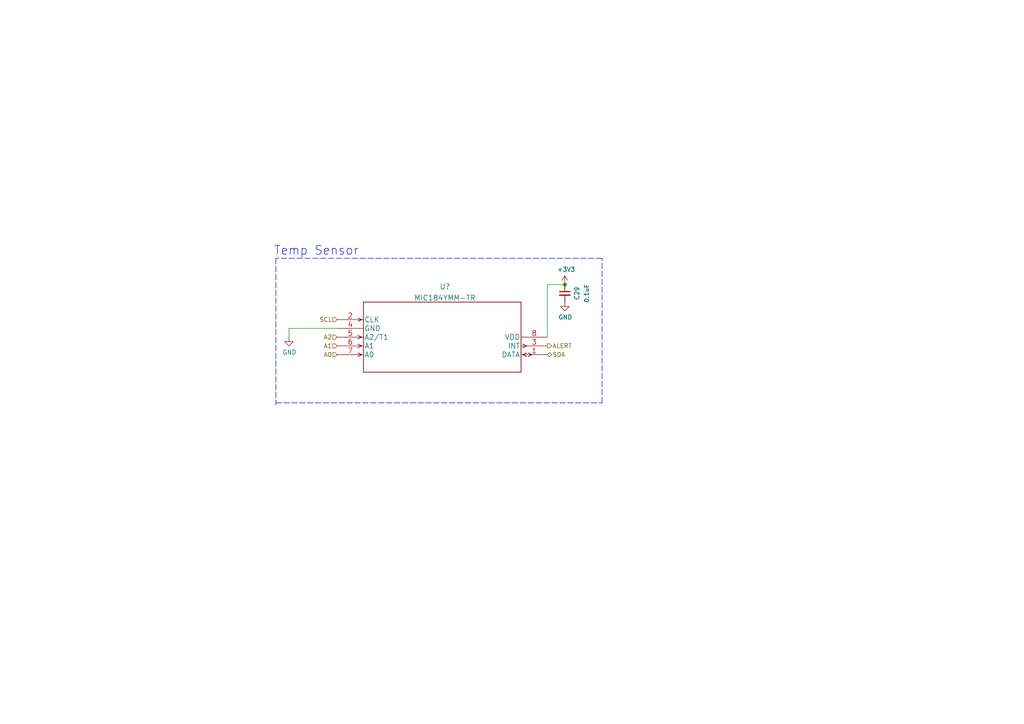
<source format=kicad_sch>
(kicad_sch (version 20211123) (generator eeschema)
  (paper "A4")
  (title_block (title "MCP9608 Temperature Sensor") (date "2021-12-06") (rev "v1.0.4") (company "Missouri S&T Rocket Design Team '21 (Thomas Francois)") (comment 1 "https://github.com/MSTRocketDesignTeam/Avionics-Data-Collection-PCB") (comment 2 "Intended as initial pre-production design") (comment 3 "Schematic depicting logical connections between components"))
  (lib_symbols
    (symbol "Data_Collection_KiCAD_Project-rescue:+3.3V-power-Data_Collection_KiCAD_Project-rescue" (power) (pin_names (offset 0))
      (property "Value" "Data_Collection_KiCAD_Project-rescue_+3.3V-power-Data_Collection_KiCAD_Project-rescue" (at 0 3.556 0))
      (symbol "+3.3V-power-Data_Collection_KiCAD_Project-rescue_0_1"
        (polyline (pts (xy -0.762 1.27) (xy 0 2.54)))
        (polyline (pts (xy 0 0) (xy 0 2.54)))
        (polyline (pts (xy 0 2.54) (xy 0.762 1.27)))
      )
      (symbol "+3.3V-power-Data_Collection_KiCAD_Project-rescue_1_1"
        (pin power_in line (at 0 0 90) (length 0) hide (name "+3V3") (number "1"))
      )
    )
    (symbol "Data_Collection_KiCAD_Project-rescue:C_Small-Device-Data_Collection_KiCAD_Project-rescue" (pin_numbers hide) (pin_names (offset 0.254) hide)
      (property "Reference" "C" (at 0.254 1.778 0))
      (property "Value" "Data_Collection_KiCAD_Project-rescue_C_Small-Device-Data_Collection_KiCAD_Project-rescue" (at 0.254 -2.032 0))
      (symbol "C_Small-Device-Data_Collection_KiCAD_Project-rescue_0_1"
        (polyline (pts (xy -1.524 -0.508) (xy 1.524 -0.508)) (stroke (width 0.3302)))
        (polyline (pts (xy -1.524 0.508) (xy 1.524 0.508)) (stroke (width 0.3048)))
      )
      (symbol "C_Small-Device-Data_Collection_KiCAD_Project-rescue_1_1"
        (pin passive line (at 0 2.54 270) (length 2.032) (name "~") (number "1"))
        (pin passive line (at 0 -2.54 90) (length 2.032) (name "~") (number "2"))
      )
    )
    (symbol "Data_Collection_KiCAD_Project-rescue:GND-power-Data_Collection_KiCAD_Project-rescue" (power) (pin_names (offset 0))
      (property "Value" "Data_Collection_KiCAD_Project-rescue_GND-power-Data_Collection_KiCAD_Project-rescue" (at 0 -3.81 0))
      (symbol "GND-power-Data_Collection_KiCAD_Project-rescue_0_1"
        (polyline (pts (xy 0 0) (xy 0 -1.27) (xy 1.27 -1.27) (xy 0 -2.54) (xy -1.27 -1.27) (xy 0 -1.27)))
      )
      (symbol "GND-power-Data_Collection_KiCAD_Project-rescue_1_1"
        (pin power_in line (at 0 0 270) (length 0) hide (name "GND") (number "1"))
      )
    )
    (symbol "MIC184YMM-TR:MIC184YMM-TR" (pin_names (offset 0.254))
      (property "Reference" "U" (at 30.48 10.16 0))
      (property "Value" "MIC184YMM-TR" (at 30.48 7.62 0))
      (symbol "MIC184YMM-TR_1_1"
        (polyline (pts (xy 7.112 -10.16) (xy 6.0452 -10.668)) (stroke (width 0.2032)))
        (polyline (pts (xy 7.112 -10.16) (xy 6.0452 -9.652)) (stroke (width 0.2032)))
        (polyline (pts (xy 7.112 -7.62) (xy 6.0452 -8.128)) (stroke (width 0.2032)))
        (polyline (pts (xy 7.112 -7.62) (xy 6.0452 -7.112)) (stroke (width 0.2032)))
        (polyline (pts (xy 7.112 -5.08) (xy 6.0452 -5.588)) (stroke (width 0.2032)))
        (polyline (pts (xy 7.112 -5.08) (xy 6.0452 -4.572)) (stroke (width 0.2032)))
        (polyline (pts (xy 7.112 0) (xy 6.0452 -0.508)) (stroke (width 0.2032)))
        (polyline (pts (xy 7.112 0) (xy 6.0452 0.508)) (stroke (width 0.2032)))
        (polyline (pts (xy 7.62 -15.24) (xy 53.34 -15.24)) (stroke (width 0.2032)))
        (polyline (pts (xy 7.62 5.08) (xy 7.62 -15.24)) (stroke (width 0.2032)))
        (polyline (pts (xy 53.34 -15.24) (xy 53.34 5.08)) (stroke (width 0.2032)))
        (polyline (pts (xy 53.34 5.08) (xy 7.62 5.08)) (stroke (width 0.2032)))
        (polyline (pts (xy 53.848 -10.16) (xy 54.9148 -10.668)) (stroke (width 0.2032)))
        (polyline (pts (xy 53.848 -10.16) (xy 54.9148 -9.652)) (stroke (width 0.2032)))
        (polyline (pts (xy 53.848 -8.128) (xy 54.9148 -7.62)) (stroke (width 0.2032)))
        (polyline (pts (xy 53.848 -7.112) (xy 54.9148 -7.62)) (stroke (width 0.2032)))
        (polyline (pts (xy 55.4228 -10.668) (xy 56.4642 -10.16)) (stroke (width 0.2032)))
        (polyline (pts (xy 55.4228 -9.652) (xy 56.4642 -10.16)) (stroke (width 0.2032)))
        (pin bidirectional line (at 60.96 -10.16 180) (length 7.62) (name "DATA") (number "1"))
        (pin input line (at 0 0 0) (length 7.62) (name "CLK") (number "2"))
        (pin output line (at 60.96 -7.62 180) (length 7.62) (name "INT") (number "3"))
        (pin power_in line (at 0 -2.54 0) (length 7.62) (name "GND") (number "4"))
        (pin input line (at 0 -5.08 0) (length 7.62) (name "A2/T1") (number "5"))
        (pin input line (at 0 -7.62 0) (length 7.62) (name "A1") (number "6"))
        (pin input line (at 0 -10.16 0) (length 7.62) (name "A0") (number "7"))
        (pin power_in line (at 60.96 -5.08 180) (length 7.62) (name "VDD") (number "8"))
      )
    )
  )
  (junction (at 163.83 82.55))
  (wire (pts (xy 158.75 82.55) (xy 163.83 82.55)))
  (polyline (pts (xy 80.01 74.93) (xy 80.01 117.475)))
  (polyline (pts (xy 174.625 116.84) (xy 174.625 74.93)))
  (polyline (pts (xy 174.625 74.93) (xy 80.01 74.93)))
  (wire (pts (xy 83.82 95.25) (xy 83.82 97.79)))
  (wire (pts (xy 158.75 82.55) (xy 158.75 97.79)))
  (polyline (pts (xy 80.01 116.84) (xy 174.625 116.84)))
  (wire (pts (xy 97.79 95.25) (xy 83.82 95.25)))
  (text "Temp Sensor" (at 104.14 74.295 180) (effects (font (size 2.54 2.54)) (justify right bottom)))
  (hierarchical_label "A2" (shape input) (at 97.79 97.79 180))
  (hierarchical_label "SDA" (shape bidirectional) (at 158.75 102.87 0))
  (hierarchical_label "SCL" (shape input) (at 97.79 92.71 180))
  (hierarchical_label "ALERT" (shape output) (at 158.75 100.33 0))
  (hierarchical_label "A0" (shape input) (at 97.79 102.87 180))
  (hierarchical_label "A1" (shape input) (at 97.79 100.33 180))
  (symbol (lib_id "Data_Collection_KiCAD_Project-rescue:GND-power-Data_Collection_KiCAD_Project-rescue") (at 83.82 97.79 0) (unit 1)
    (property "Reference" "#PWR038" (effects hide))
    (property "Value" "GND" (at 83.947 102.1842 0))
  )
  (symbol (lib_id "Data_Collection_KiCAD_Project-rescue:+3.3V-power-Data_Collection_KiCAD_Project-rescue") (at 163.83 82.55 0) (unit 1)
    (property "Reference" "#PWR039" (effects hide))
    (property "Value" "+3.3V" (at 164.211 78.1558 0))
  )
  (symbol (lib_id "Data_Collection_KiCAD_Project-rescue:C_Small-Device-Data_Collection_KiCAD_Project-rescue") (at 163.83 85.09 0) (unit 1)
    (property "Reference" "C29" (at 167.3352 85.09 90))
    (property "Value" "0.1uF" (at 170.18 85.09 90))
    (property "Footprint" "Capacitor_SMD:C_0603_1608Metric_Pad1.08x0.95mm_HandSolder" (effects hide))
  )
  (symbol (lib_id "Data_Collection_KiCAD_Project-rescue:GND-power-Data_Collection_KiCAD_Project-rescue") (at 163.83 87.63 0) (unit 1)
    (property "Reference" "#PWR064" (effects hide))
    (property "Value" "GND" (at 163.957 92.0242 0))
  )
  (symbol (lib_id "MIC184YMM-TR:MIC184YMM-TR") (at 97.79 92.71 0) (unit 1)
    (property "Reference" "U?" (at 129.0447 83.1245 0) (effects (font (size 1.524 1.524))))
    (property "Value" "MIC184YMM-TR" (at 129.0447 86.4035 0) (effects (font (size 1.524 1.524))))
    (property "Footprint" "RDT_Custom_Footprints:MIC184YMM-TR" (effects hide))
  )
)
</source>
